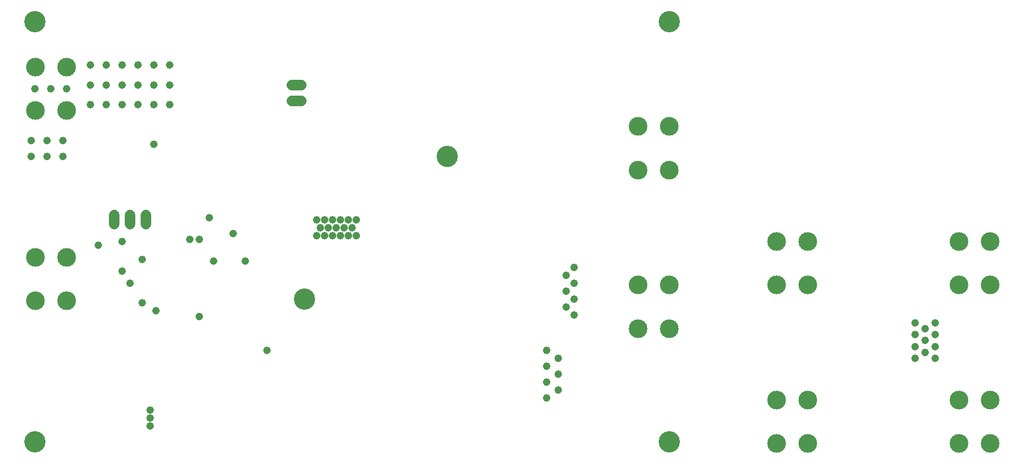
<source format=gbs>
G75*
%MOIN*%
%OFA0B0*%
%FSLAX24Y24*%
%IPPOS*%
%LPD*%
%AMOC8*
5,1,8,0,0,1.08239X$1,22.5*
%
%ADD10C,0.1340*%
%ADD11C,0.1175*%
%ADD12C,0.0674*%
%ADD13C,0.0476*%
D10*
X001626Y001680D03*
X018626Y010680D03*
X027626Y019680D03*
X041626Y028180D03*
X001626Y028180D03*
X041626Y001680D03*
D11*
X048396Y001550D03*
X050356Y001550D03*
X050356Y004310D03*
X048396Y004310D03*
X041606Y008800D03*
X039646Y008800D03*
X039646Y011560D03*
X041606Y011560D03*
X048396Y011550D03*
X050356Y011550D03*
X050356Y014310D03*
X048396Y014310D03*
X041606Y018800D03*
X039646Y018800D03*
X039646Y021560D03*
X041606Y021560D03*
X059896Y014310D03*
X061856Y014310D03*
X061856Y011550D03*
X059896Y011550D03*
X059896Y004310D03*
X061856Y004310D03*
X061856Y001550D03*
X059896Y001550D03*
X003606Y010550D03*
X001646Y010550D03*
X001646Y013310D03*
X003606Y013310D03*
X003606Y022550D03*
X001646Y022550D03*
X001646Y025310D03*
X003606Y025310D03*
D12*
X017829Y024180D02*
X018422Y024180D01*
X018422Y023180D02*
X017829Y023180D01*
X008626Y015977D02*
X008626Y015383D01*
X007626Y015383D02*
X007626Y015977D01*
X006626Y015977D02*
X006626Y015383D01*
D13*
X007126Y014305D03*
X005626Y014055D03*
X008376Y013180D03*
X007126Y012430D03*
X007626Y011680D03*
X008376Y010430D03*
X009251Y009930D03*
X012001Y009555D03*
X016251Y007430D03*
X008876Y003680D03*
X008876Y003180D03*
X008876Y002680D03*
X012876Y013055D03*
X014876Y013055D03*
X012001Y014430D03*
X011376Y014430D03*
X014126Y014805D03*
X012626Y015805D03*
X019376Y015680D03*
X019876Y015680D03*
X020376Y015680D03*
X020876Y015680D03*
X021376Y015680D03*
X021876Y015680D03*
X021626Y015180D03*
X021126Y015180D03*
X020626Y015180D03*
X020126Y015180D03*
X019626Y015180D03*
X019876Y014680D03*
X020376Y014680D03*
X020876Y014680D03*
X021376Y014680D03*
X021876Y014680D03*
X019376Y014680D03*
X009126Y020430D03*
X009126Y022930D03*
X008126Y022930D03*
X007126Y022930D03*
X006126Y022930D03*
X005126Y022930D03*
X005126Y024180D03*
X006126Y024180D03*
X007126Y024180D03*
X008126Y024180D03*
X009126Y024180D03*
X010126Y024180D03*
X010126Y022930D03*
X010126Y025430D03*
X009126Y025430D03*
X008126Y025430D03*
X007126Y025430D03*
X006126Y025430D03*
X005126Y025430D03*
X003626Y023930D03*
X002626Y023930D03*
X001626Y023930D03*
X001376Y020680D03*
X002376Y020680D03*
X003376Y020680D03*
X003376Y019680D03*
X002376Y019680D03*
X001376Y019680D03*
X033876Y007430D03*
X034626Y006930D03*
X033876Y006430D03*
X034626Y005930D03*
X033876Y005430D03*
X034626Y004930D03*
X033876Y004430D03*
X035626Y009680D03*
X035126Y010180D03*
X035626Y010680D03*
X035126Y011180D03*
X035626Y011680D03*
X035126Y012180D03*
X035626Y012680D03*
X057126Y009180D03*
X057751Y008805D03*
X058376Y009180D03*
X058376Y008430D03*
X057751Y008055D03*
X058376Y007680D03*
X057751Y007305D03*
X058376Y006930D03*
X057126Y006930D03*
X057126Y007680D03*
X057126Y008430D03*
M02*

</source>
